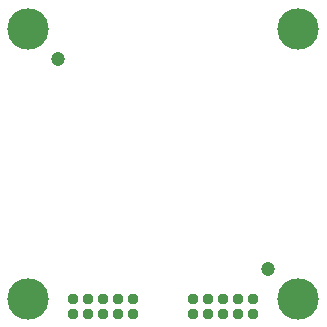
<source format=gbs>
G04 EAGLE Gerber RS-274X export*
G75*
%MOMM*%
%FSLAX34Y34*%
%LPD*%
%INSoldermask Bottom*%
%IPPOS*%
%AMOC8*
5,1,8,0,0,1.08239X$1,22.5*%
G01*
%ADD10C,0.939800*%
%ADD11C,3.505200*%
%ADD12C,1.203200*%


D10*
X63500Y12700D03*
X63500Y25400D03*
X76200Y12700D03*
X76200Y25400D03*
X88900Y12700D03*
X88900Y25400D03*
X101600Y12700D03*
X101600Y25400D03*
X114300Y12700D03*
X114300Y25400D03*
X165100Y12700D03*
X165100Y25400D03*
X177800Y12700D03*
X177800Y25400D03*
X190500Y12700D03*
X190500Y25400D03*
X203200Y12700D03*
X203200Y25400D03*
X215900Y12700D03*
X215900Y25400D03*
D11*
X254000Y25400D03*
X25400Y25400D03*
X254000Y254000D03*
X25400Y254000D03*
D12*
X50800Y228600D03*
X228600Y50800D03*
M02*

</source>
